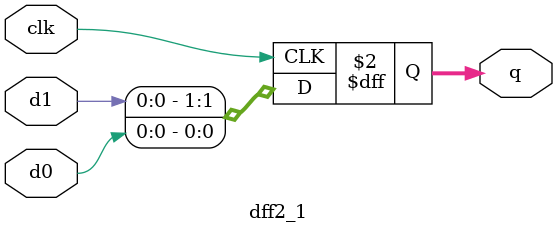
<source format=v>
module dff2_1 (q,clk,d0,d1);
input clk,d0,d1;
output [1:0] q;
reg [1:0] q;
  always @(posedge clk)
	  q <= {d1,d0};
endmodule
</source>
